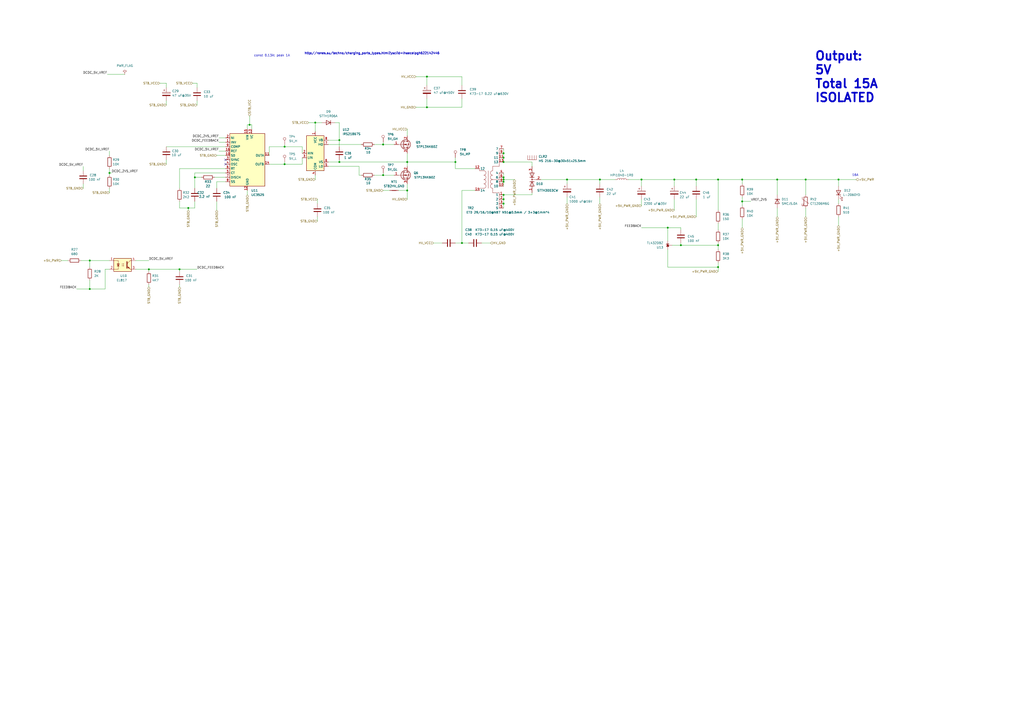
<source format=kicad_sch>
(kicad_sch (version 20231120) (generator "eeschema") (generator_version "8.0")
  (paper "A2")
  (lib_symbols
    (symbol "Connector:TestPoint" (pin_numbers hide) (pin_names (offset 0.762) hide)
      (property "Reference" "TP" (at 0 6.858 0))
      (property "Value" "TestPoint" (at 0 5.08 0))
      (symbol "TestPoint_0_1"
        (circle (center 0 3.302) (radius 0.762))
      )
      (symbol "TestPoint_1_1"
        (pin passive line (at 0 0 90) (length 2.54) (name "1") (number "1"))
      )
    )
    (symbol "Device:C" (pin_numbers hide) (pin_names (offset 0.254))
      (property "Reference" "C" (at 0.635 2.54 0))
      (property "Value" "C" (at 0.635 -2.54 0))
      (symbol "C_0_1"
        (polyline (pts (xy -2.032 -0.762) (xy 2.032 -0.762)) (stroke (width 0.508)))
        (polyline (pts (xy -2.032 0.762) (xy 2.032 0.762)) (stroke (width 0.508)))
      )
      (symbol "C_1_1"
        (pin passive line (at 0 3.81 270) (length 2.794) (name "~") (number "1"))
        (pin passive line (at 0 -3.81 90) (length 2.794) (name "~") (number "2"))
      )
    )
    (symbol "Device:C_Polarized" (pin_numbers hide) (pin_names (offset 0.254))
      (property "Reference" "C" (at 0.635 2.54 0))
      (property "Value" "C_Polarized" (at 0.635 -2.54 0))
      (symbol "C_Polarized_0_1"
        (rectangle (start -2.286 0.508) (end 2.286 1.016))
        (polyline (pts (xy -1.778 2.286) (xy -0.762 2.286)))
        (polyline (pts (xy -1.27 2.794) (xy -1.27 1.778)))
        (rectangle (start 2.286 -0.508) (end -2.286 -1.016) (fill (type outline)))
      )
      (symbol "C_Polarized_1_1"
        (pin passive line (at 0 3.81 270) (length 2.794) (name "~") (number "1"))
        (pin passive line (at 0 -3.81 90) (length 2.794) (name "~") (number "2"))
      )
    )
    (symbol "Device:D" (pin_numbers hide) (pin_names (offset 1.016) hide)
      (property "Reference" "D" (at 0 2.54 0))
      (property "Value" "D" (at 0 -2.54 0))
      (symbol "D_0_1"
        (polyline (pts (xy -1.27 1.27) (xy -1.27 -1.27)) (stroke (width 0.254)))
        (polyline (pts (xy 1.27 0) (xy -1.27 0)))
        (polyline (pts (xy 1.27 1.27) (xy 1.27 -1.27) (xy -1.27 0) (xy 1.27 1.27)) (stroke (width 0.254)))
      )
      (symbol "D_1_1"
        (pin passive line (at -3.81 0 0) (length 2.54) (name "K") (number "1"))
        (pin passive line (at 3.81 0 180) (length 2.54) (name "A") (number "2"))
      )
    )
    (symbol "Device:D_Dual_CommonCathode_AKA" (pin_names (offset 0.762) hide)
      (property "Reference" "D" (at 1.27 -2.54 0))
      (property "Value" "D_Dual_CommonCathode_AKA" (at 0 2.54 0))
      (symbol "D_Dual_CommonCathode_AKA_0_1"
        (polyline (pts (xy 0 0) (xy 0 -2.54)))
        (polyline (pts (xy 3.81 0) (xy -3.81 0)))
        (polyline (pts (xy -1.27 -1.27) (xy -1.27 1.27) (xy -1.27 1.27)) (stroke (width 0.254)))
        (polyline (pts (xy 1.27 -1.27) (xy 1.27 1.27) (xy 1.27 1.27)) (stroke (width 0.254)))
        (polyline (pts (xy -3.81 1.27) (xy -1.27 0) (xy -3.81 -1.27) (xy -3.81 1.27) (xy -3.81 1.27) (xy -3.81 1.27)) (stroke (width 0.254)))
        (polyline (pts (xy 3.81 -1.27) (xy 1.27 0) (xy 3.81 1.27) (xy 3.81 -1.27) (xy 3.81 -1.27) (xy 3.81 -1.27)) (stroke (width 0.254)))
        (circle (center 0 0) (radius 0.254) (fill (type outline)))
        (pin passive line (at -7.62 0 0) (length 3.81) (name "A") (number "1"))
        (pin passive line (at 0 -5.08 90) (length 2.54) (name "K") (number "2"))
        (pin passive line (at 7.62 0 180) (length 3.81) (name "A") (number "3"))
      )
    )
    (symbol "Device:L" (pin_numbers hide) (pin_names (offset 1.016) hide)
      (property "Reference" "L" (at -1.27 0 90))
      (property "Value" "L" (at 1.905 0 90))
      (symbol "L_0_1"
        (arc (start 0 -2.54) (mid 0.6323 -1.905) (end 0 -1.27))
        (arc (start 0 -1.27) (mid 0.6323 -0.635) (end 0 0))
        (arc (start 0 0) (mid 0.6323 0.635) (end 0 1.27))
        (arc (start 0 1.27) (mid 0.6323 1.905) (end 0 2.54))
      )
      (symbol "L_1_1"
        (pin passive line (at 0 3.81 270) (length 1.27) (name "1") (number "1"))
        (pin passive line (at 0 -3.81 90) (length 1.27) (name "2") (number "2"))
      )
    )
    (symbol "Device:LED" (pin_numbers hide) (pin_names (offset 1.016) hide)
      (property "Reference" "D" (at 0 2.54 0))
      (property "Value" "LED" (at 0 -2.54 0))
      (symbol "LED_0_1"
        (polyline (pts (xy -1.27 -1.27) (xy -1.27 1.27)) (stroke (width 0.254)))
        (polyline (pts (xy -1.27 0) (xy 1.27 0)))
        (polyline (pts (xy 1.27 -1.27) (xy 1.27 1.27) (xy -1.27 0) (xy 1.27 -1.27)) (stroke (width 0.254)))
        (polyline (pts (xy -3.048 -0.762) (xy -4.572 -2.286) (xy -3.81 -2.286) (xy -4.572 -2.286) (xy -4.572 -1.524)))
        (polyline (pts (xy -1.778 -0.762) (xy -3.302 -2.286) (xy -2.54 -2.286) (xy -3.302 -2.286) (xy -3.302 -1.524)))
      )
      (symbol "LED_1_1"
        (pin passive line (at -3.81 0 0) (length 2.54) (name "K") (number "1"))
        (pin passive line (at 3.81 0 180) (length 2.54) (name "A") (number "2"))
      )
    )
    (symbol "Device:NetTie_2" (pin_numbers hide) (pin_names (offset 0) hide) (in_bom no)
      (property "Reference" "NT" (at 0 1.27 0))
      (property "Value" "NetTie_2" (at 0 -1.27 0))
      (symbol "NetTie_2_0_1"
        (polyline (pts (xy -1.27 0) (xy 1.27 0)) (stroke (width 0.254)))
      )
      (symbol "NetTie_2_1_1"
        (pin passive line (at -2.54 0 0) (length 2.54) (name "1") (number "1"))
        (pin passive line (at 2.54 0 180) (length 2.54) (name "2") (number "2"))
      )
    )
    (symbol "Device:Q_NMOS_GDS" (pin_names (offset 0) hide)
      (property "Reference" "Q" (at 5.08 1.27 0))
      (property "Value" "Q_NMOS_GDS" (at 5.08 -1.27 0))
      (symbol "Q_NMOS_GDS_0_1"
        (polyline (pts (xy 0.254 0) (xy -2.54 0)))
        (polyline (pts (xy 0.254 1.905) (xy 0.254 -1.905)) (stroke (width 0.254)))
        (polyline (pts (xy 0.762 -1.27) (xy 0.762 -2.286)) (stroke (width 0.254)))
        (polyline (pts (xy 0.762 0.508) (xy 0.762 -0.508)) (stroke (width 0.254)))
        (polyline (pts (xy 0.762 2.286) (xy 0.762 1.27)) (stroke (width 0.254)))
        (polyline (pts (xy 2.54 2.54) (xy 2.54 1.778)))
        (polyline (pts (xy 2.54 -2.54) (xy 2.54 0) (xy 0.762 0)))
        (polyline (pts (xy 0.762 -1.778) (xy 3.302 -1.778) (xy 3.302 1.778) (xy 0.762 1.778)))
        (polyline (pts (xy 1.016 0) (xy 2.032 0.381) (xy 2.032 -0.381) (xy 1.016 0)) (fill (type outline)))
        (polyline (pts (xy 2.794 0.508) (xy 2.921 0.381) (xy 3.683 0.381) (xy 3.81 0.254)))
        (polyline (pts (xy 3.302 0.381) (xy 2.921 -0.254) (xy 3.683 -0.254) (xy 3.302 0.381)))
        (circle (center 1.651 0) (radius 2.794) (stroke (width 0.254)))
        (circle (center 2.54 -1.778) (radius 0.254) (fill (type outline)))
        (circle (center 2.54 1.778) (radius 0.254) (fill (type outline)))
      )
      (symbol "Q_NMOS_GDS_1_1"
        (pin input line (at -5.08 0 0) (length 2.54) (name "G") (number "1"))
        (pin passive line (at 2.54 5.08 270) (length 2.54) (name "D") (number "2"))
        (pin passive line (at 2.54 -5.08 90) (length 2.54) (name "S") (number "3"))
      )
    )
    (symbol "Device:R" (pin_numbers hide) (pin_names (offset 0))
      (property "Reference" "R" (at 2.032 0 90))
      (property "Value" "R" (at 0 0 90))
      (symbol "R_0_1"
        (rectangle (start -1.016 -2.54) (end 1.016 2.54) (stroke (width 0.254)))
      )
      (symbol "R_1_1"
        (pin passive line (at 0 3.81 270) (length 1.27) (name "~") (number "1"))
        (pin passive line (at 0 -3.81 90) (length 1.27) (name "~") (number "2"))
      )
    )
    (symbol "Device:Varistor" (pin_numbers hide) (pin_names (offset 0))
      (property "Reference" "RV" (at 3.175 0 90))
      (property "Value" "Varistor" (at -3.175 0 90))
      (symbol "Varistor_0_0"
        (text "U" (at -1.778 -2.032 0) (effects (font (size 1.27 1.27))))
      )
      (symbol "Varistor_0_1"
        (rectangle (start -1.016 -2.54) (end 1.016 2.54) (stroke (width 0.254)))
        (polyline (pts (xy -1.905 2.54) (xy -1.905 1.27) (xy 1.905 -1.27)))
      )
      (symbol "Varistor_1_1"
        (pin passive line (at 0 3.81 270) (length 1.27) (name "~") (number "1"))
        (pin passive line (at 0 -3.81 90) (length 1.27) (name "~") (number "2"))
      )
    )
    (symbol "Diode:Z3SMCxxx" (pin_numbers hide) (pin_names hide)
      (property "Reference" "D" (at 0 2.54 0))
      (property "Value" "Z3SMCxxx" (at 0 -2.54 0))
      (symbol "Z3SMCxxx_0_1"
        (polyline (pts (xy 1.27 0) (xy -1.27 0)))
        (polyline (pts (xy -1.27 -1.27) (xy -1.27 1.27) (xy -0.762 1.27)) (stroke (width 0.254)))
        (polyline (pts (xy 1.27 -1.27) (xy 1.27 1.27) (xy -1.27 0) (xy 1.27 -1.27)) (stroke (width 0.254)))
      )
      (symbol "Z3SMCxxx_1_1"
        (pin passive line (at -3.81 0 0) (length 2.54) (name "K") (number "1"))
        (pin passive line (at 3.81 0 180) (length 2.54) (name "A") (number "2"))
      )
    )
    (symbol "Driver_FET:IRS21867S"
      (property "Reference" "U" (at 1.27 13.335 0))
      (property "Value" "IRS21867S" (at 1.27 11.43 0))
      (symbol "IRS21867S_0_1"
        (rectangle (start -5.08 -10.16) (end 5.08 10.16) (stroke (width 0.254)) (fill (type background)))
      )
      (symbol "IRS21867S_1_1"
        (pin power_in line (at 0 12.7 270) (length 2.54) (name "VCC") (number "1"))
        (pin input line (at -7.62 0 0) (length 2.54) (name "HIN") (number "2"))
        (pin input line (at -7.62 -2.54 0) (length 2.54) (name "LIN") (number "3"))
        (pin power_in line (at 0 -12.7 90) (length 2.54) (name "COM") (number "4"))
        (pin output line (at 7.62 -7.62 180) (length 2.54) (name "LO") (number "5"))
        (pin passive line (at 7.62 -5.08 180) (length 2.54) (name "VS") (number "6"))
        (pin output line (at 7.62 5.08 180) (length 2.54) (name "HO") (number "7"))
        (pin passive line (at 7.62 7.62 180) (length 2.54) (name "VB") (number "8"))
      )
    )
    (symbol "Isolator:EL817" (pin_names (offset 1.016))
      (property "Reference" "U" (at -5.08 5.08 0))
      (property "Value" "EL817" (at 0 5.08 0))
      (symbol "EL817_0_1"
        (rectangle (start -5.08 3.81) (end 5.08 -3.81) (stroke (width 0.254)) (fill (type background)))
        (polyline (pts (xy -3.175 -0.635) (xy -1.905 -0.635)) (stroke (width 0.254)))
        (polyline (pts (xy 2.54 0.635) (xy 4.445 2.54)))
        (polyline (pts (xy 4.445 -2.54) (xy 2.54 -0.635)) (fill (type outline)))
        (polyline (pts (xy 4.445 -2.54) (xy 5.08 -2.54)))
        (polyline (pts (xy 4.445 2.54) (xy 5.08 2.54)))
        (polyline (pts (xy -5.08 2.54) (xy -2.54 2.54) (xy -2.54 -0.635)))
        (polyline (pts (xy -2.54 -0.635) (xy -2.54 -2.54) (xy -5.08 -2.54)))
        (polyline (pts (xy 2.54 1.905) (xy 2.54 -1.905) (xy 2.54 -1.905)) (stroke (width 0.508)))
        (polyline (pts (xy -2.54 -0.635) (xy -3.175 0.635) (xy -1.905 0.635) (xy -2.54 -0.635)) (stroke (width 0.254)))
        (polyline (pts (xy -0.508 -0.508) (xy 0.762 -0.508) (xy 0.381 -0.635) (xy 0.381 -0.381) (xy 0.762 -0.508)))
        (polyline (pts (xy -0.508 0.508) (xy 0.762 0.508) (xy 0.381 0.381) (xy 0.381 0.635) (xy 0.762 0.508)))
        (polyline (pts (xy 3.048 -1.651) (xy 3.556 -1.143) (xy 4.064 -2.159) (xy 3.048 -1.651) (xy 3.048 -1.651)) (fill (type outline)))
      )
      (symbol "EL817_1_1"
        (pin passive line (at -7.62 2.54 0) (length 2.54) (name "~") (number "1"))
        (pin passive line (at -7.62 -2.54 0) (length 2.54) (name "~") (number "2"))
        (pin passive line (at 7.62 -2.54 180) (length 2.54) (name "~") (number "3"))
        (pin passive line (at 7.62 2.54 180) (length 2.54) (name "~") (number "4"))
      )
    )
    (symbol "My_Library:COOLER"
      (property "Reference" "CLR" (at 0 -1.27 0))
      (property "Value" "COOLER" (at 0 -3.81 0))
      (symbol "COOLER_0_1"
        (polyline (pts (xy -1.27 2.54) (xy -1.27 0)))
        (polyline (pts (xy 0 2.54) (xy 0 0)))
        (polyline (pts (xy 1.27 2.54) (xy 1.27 0)))
        (polyline (pts (xy -2.54 2.54) (xy -2.54 0) (xy 2.54 0) (xy 2.54 2.54)))
      )
    )
    (symbol "My_Library:TR_1_1.5x4-7+7"
      (property "Reference" "TR" (at 6.35 -24.13 0))
      (property "Value" "TR_1_1.5x4-7+7" (at 12.7 -26.67 0))
      (symbol "TR_1_1.5x4-7+7_0_1"
        (arc (start -2.501 -8.89) (mid -1.2694 -7.62) (end -2.501 -6.35))
        (arc (start -2.501 -6.35) (mid -1.2694 -5.08) (end -2.501 -3.81))
        (arc (start -2.501 -3.81) (mid -1.2694 -2.54) (end -2.501 -1.27))
        (arc (start -2.501 -1.27) (mid -1.2694 0) (end -2.501 1.27))
        (polyline (pts (xy 0 1.27) (xy 0 -8.89)))
        (polyline (pts (xy 2.54 -11.43) (xy 2.54 -8.89)))
        (polyline (pts (xy 2.54 -3.81) (xy 6.35 -3.81)))
        (polyline (pts (xy 2.54 3.81) (xy 2.54 1.27)))
        (polyline (pts (xy 6.35 0) (xy 6.35 -7.62)))
        (polyline (pts (xy -2.54 -8.89) (xy -5.08 -8.89) (xy -5.08 -10.16)))
        (polyline (pts (xy -2.54 1.27) (xy -5.08 1.27) (xy -5.08 2.54)))
        (polyline (pts (xy 6.35 -20.32) (xy 6.35 -11.43) (xy 2.54 -11.43)))
        (polyline (pts (xy 6.35 13.97) (xy 6.35 3.81) (xy 2.54 3.81)))
        (arc (start 2.501 -6.35) (mid 1.2694 -7.62) (end 2.501 -8.89))
        (arc (start 2.501 -3.81) (mid 1.2694 -5.08) (end 2.501 -6.35))
        (arc (start 2.501 -1.27) (mid 1.2694 -2.54) (end 2.501 -3.81))
        (arc (start 2.501 1.27) (mid 1.2694 0) (end 2.501 -1.27))
      )
      (symbol "TR_1_1.5x4-7+7_1_1"
        (pin bidirectional line (at 8.89 -12.7 180) (length 2.54) (name "1") (number "1"))
        (pin bidirectional line (at 8.89 -7.62 180) (length 2.54) (name "10") (number "10"))
        (pin bidirectional line (at 8.89 8.89 180) (length 2.54) (name "11") (number "11"))
        (pin bidirectional line (at -7.62 2.54 0) (length 2.54) (name "12") (number "12"))
        (pin bidirectional line (at 8.89 6.35 180) (length 2.54) (name "13") (number "13"))
        (pin bidirectional line (at -7.62 -10.16 0) (length 2.54) (name "14") (number "14"))
        (pin bidirectional line (at 8.89 -15.24 180) (length 2.54) (name "2") (number "2"))
        (pin bidirectional line (at 8.89 -17.78 180) (length 2.54) (name "3") (number "3"))
        (pin bidirectional line (at 8.89 0 180) (length 2.54) (name "4") (number "4"))
        (pin bidirectional line (at 8.89 -20.32 180) (length 2.54) (name "5") (number "5"))
        (pin bidirectional line (at 8.89 -2.54 180) (length 2.54) (name "6") (number "6"))
        (pin bidirectional line (at 8.89 13.97 180) (length 2.54) (name "7") (number "7"))
        (pin bidirectional line (at 8.89 -5.08 180) (length 2.54) (name "8") (number "8"))
        (pin bidirectional line (at 8.89 11.43 180) (length 2.54) (name "9") (number "9"))
      )
    )
    (symbol "Reference_Voltage:TL432DBZ" (pin_numbers hide) (pin_names hide)
      (property "Reference" "U" (at -2.54 2.54 0))
      (property "Value" "TL432DBZ" (at 0 -2.54 0))
      (symbol "TL432DBZ_0_1"
        (polyline (pts (xy -1.27 0) (xy 0 0) (xy 1.27 0)))
        (polyline (pts (xy -0.762 -0.762) (xy -0.762 0.762) (xy 0.762 0) (xy -0.762 -0.762)) (fill (type outline)))
        (polyline (pts (xy 0.254 -0.762) (xy 0.762 -0.762) (xy 0.762 0.762) (xy 0.762 0.762)) (stroke (width 0.254)))
      )
      (symbol "TL432DBZ_1_1"
        (pin passive line (at 0 2.54 270) (length 2.54) (name "REF") (number "1"))
        (pin passive line (at 2.54 0 180) (length 1.27) (name "K") (number "2"))
        (pin passive line (at -2.54 0 0) (length 1.27) (name "A") (number "3"))
      )
    )
    (symbol "Regulator_Controller:UC3525"
      (property "Reference" "U" (at 3.81 19.05 0))
      (property "Value" "UC3525" (at 3.81 16.51 0))
      (symbol "UC3525_0_1"
        (rectangle (start -10.16 -15.24) (end 10.16 15.24) (stroke (width 0.254)) (fill (type background)))
      )
      (symbol "UC3525_1_1"
        (pin input line (at -12.7 10.16 0) (length 2.54) (name "INV") (number "1"))
        (pin passive line (at -12.7 2.54 0) (length 2.54) (name "SD") (number "10"))
        (pin output line (at 12.7 2.54 180) (length 2.54) (name "OUTA") (number "11"))
        (pin power_in line (at 0 -17.78 90) (length 2.54) (name "GND") (number "12"))
        (pin power_in line (at 2.54 17.78 270) (length 2.54) (name "VC") (number "13"))
        (pin output line (at 12.7 -2.54 180) (length 2.54) (name "OUTB") (number "14"))
        (pin power_in line (at 0 17.78 270) (length 2.54) (name "VIN") (number "15"))
        (pin power_in line (at -12.7 5.08 0) (length 2.54) (name "REF") (number "16"))
        (pin input line (at -12.7 12.7 0) (length 2.54) (name "NI") (number "2"))
        (pin passive line (at -12.7 0 0) (length 2.54) (name "SYNC") (number "3"))
        (pin output line (at -12.7 -2.54 0) (length 2.54) (name "OSC") (number "4"))
        (pin passive line (at -12.7 -7.62 0) (length 2.54) (name "CT") (number "5"))
        (pin passive line (at -12.7 -5.08 0) (length 2.54) (name "RT") (number "6"))
        (pin open_collector line (at -12.7 -10.16 0) (length 2.54) (name "DISCH") (number "7"))
        (pin passive line (at -12.7 -12.7 0) (length 2.54) (name "SS") (number "8"))
        (pin passive line (at -12.7 7.62 0) (length 2.54) (name "COMP") (number "9"))
      )
    )
    (symbol "power:PWR_FLAG" (power) (pin_numbers hide) (pin_names (offset 0) hide)
      (property "Value" "PWR_FLAG" (at 0 3.81 0))
      (symbol "PWR_FLAG_0_0"
        (pin power_out line (at 0 0 90) (length 0) (name "~") (number "1"))
      )
      (symbol "PWR_FLAG_0_1"
        (polyline (pts (xy 0 0) (xy 0 1.27) (xy -1.016 1.905) (xy 0 2.54) (xy 1.016 1.905) (xy 0 1.27)))
      )
    )
  )
  (junction (at 347.98 104.14))
  (junction (at 236.22 110.49))
  (junction (at 52.07 167.64))
  (junction (at 416.56 104.14))
  (junction (at 144.78 72.39))
  (junction (at 292.1 93.98))
  (junction (at 292.1 105.41))
  (junction (at 264.16 93.98))
  (junction (at 292.1 88.9))
  (junction (at 416.56 142.24))
  (junction (at 182.88 71.12))
  (junction (at 467.36 104.14))
  (junction (at 113.03 102.87))
  (junction (at 430.53 116.84))
  (junction (at 394.97 142.24))
  (junction (at 109.22 120.65))
  (junction (at 403.86 104.14))
  (junction (at 52.07 151.13))
  (junction (at 450.85 104.14))
  (junction (at 292.1 115.57))
  (junction (at 292.1 104.14))
  (junction (at 416.56 154.94))
  (junction (at 63.5 100.33))
  (junction (at 247.65 44.45))
  (junction (at 222.25 101.6))
  (junction (at 267.97 140.97))
  (junction (at 247.65 62.23))
  (junction (at 486.41 104.14))
  (junction (at 196.85 93.98))
  (junction (at 328.93 104.14))
  (junction (at 292.1 113.03))
  (junction (at 292.1 91.44))
  (junction (at 430.53 104.14))
  (junction (at 372.11 104.14))
  (junction (at 86.36 156.21))
  (junction (at 292.1 102.87))
  (junction (at 165.1 85.09))
  (junction (at 222.25 83.82))
  (junction (at 104.14 156.21))
  (junction (at 196.85 81.28))
  (junction (at 165.1 95.25))
  (junction (at 391.16 104.14))
  (junction (at 236.22 93.98))
  (junction (at 387.35 132.08))
  (junction (at 292.1 118.11))
  (no_connect (at 130.81 92.71))
  (no_connect (at 130.81 95.25))
  (wire (pts (xy 450.85 104.14) (xy 450.85 113.03)))
  (wire (pts (xy 175.26 91.44) (xy 175.26 95.25)))
  (wire (pts (xy 391.16 115.57) (xy 391.16 121.92)))
  (wire (pts (xy 403.86 107.95) (xy 403.86 104.14)))
  (wire (pts (xy 222.25 82.55) (xy 222.25 83.82)))
  (wire (pts (xy 125.73 90.17) (xy 130.81 90.17)))
  (wire (pts (xy 104.14 109.22) (xy 104.14 97.79)))
  (wire (pts (xy 430.53 104.14) (xy 430.53 106.68)))
  (wire (pts (xy 486.41 115.57) (xy 486.41 118.11)))
  (wire (pts (xy 62.23 43.18) (xy 72.39 43.18)))
  (wire (pts (xy 292.1 86.36) (xy 292.1 88.9)))
  (wire (pts (xy 308.61 113.03) (xy 308.61 111.76)))
  (wire (pts (xy 275.59 110.49) (xy 267.97 110.49)))
  (wire (pts (xy 394.97 140.97) (xy 394.97 142.24)))
  (wire (pts (xy 264.16 93.98) (xy 236.22 93.98)))
  (wire (pts (xy 372.11 132.08) (xy 387.35 132.08)))
  (wire (pts (xy 267.97 110.49) (xy 267.97 140.97)))
  (wire (pts (xy 467.36 104.14) (xy 486.41 104.14)))
  (wire (pts (xy 394.97 142.24) (xy 416.56 142.24)))
  (wire (pts (xy 146.05 72.39) (xy 144.78 72.39)))
  (wire (pts (xy 267.97 140.97) (xy 271.78 140.97)))
  (wire (pts (xy 208.28 96.52) (xy 208.28 101.6)))
  (wire (pts (xy 391.16 104.14) (xy 403.86 104.14)))
  (wire (pts (xy 292.1 113.03) (xy 308.61 113.03)))
  (wire (pts (xy 104.14 165.1) (xy 104.14 166.37)))
  (wire (pts (xy 247.65 57.15) (xy 247.65 62.23)))
  (wire (pts (xy 387.35 132.08) (xy 387.35 139.7)))
  (wire (pts (xy 109.22 120.65) (xy 109.22 121.92)))
  (wire (pts (xy 92.71 48.26) (xy 96.52 48.26)))
  (wire (pts (xy 416.56 129.54) (xy 416.56 133.35)))
  (wire (pts (xy 247.65 62.23) (xy 267.97 62.23)))
  (wire (pts (xy 127 87.63) (xy 130.81 87.63)))
  (wire (pts (xy 430.53 104.14) (xy 450.85 104.14)))
  (wire (pts (xy 264.16 97.79) (xy 275.59 97.79)))
  (wire (pts (xy 430.53 116.84) (xy 435.61 116.84)))
  (wire (pts (xy 308.61 93.98) (xy 308.61 96.52)))
  (wire (pts (xy 217.17 83.82) (xy 222.25 83.82)))
  (wire (pts (xy 236.22 93.98) (xy 236.22 96.52)))
  (wire (pts (xy 156.21 85.09) (xy 156.21 90.17)))
  (wire (pts (xy 222.25 83.82) (xy 228.6 83.82)))
  (wire (pts (xy 182.88 101.6) (xy 182.88 104.14)))
  (wire (pts (xy 104.14 156.21) (xy 104.14 157.48)))
  (wire (pts (xy 52.07 151.13) (xy 63.5 151.13)))
  (wire (pts (xy 292.1 105.41) (xy 292.1 107.95)))
  (wire (pts (xy 208.28 101.6) (xy 209.55 101.6)))
  (wire (pts (xy 292.1 104.14) (xy 292.1 105.41)))
  (wire (pts (xy 416.56 152.4) (xy 416.56 154.94)))
  (wire (pts (xy 196.85 93.98) (xy 190.5 93.98)))
  (wire (pts (xy 486.41 125.73) (xy 486.41 130.81)))
  (wire (pts (xy 179.07 71.12) (xy 182.88 71.12)))
  (wire (pts (xy 182.88 71.12) (xy 186.69 71.12)))
  (wire (pts (xy 403.86 115.57) (xy 403.86 125.73)))
  (wire (pts (xy 403.86 104.14) (xy 416.56 104.14)))
  (wire (pts (xy 292.1 91.44) (xy 292.1 93.98)))
  (wire (pts (xy 389.89 142.24) (xy 394.97 142.24)))
  (wire (pts (xy 217.17 101.6) (xy 222.25 101.6)))
  (wire (pts (xy 127 82.55) (xy 130.81 82.55)))
  (wire (pts (xy 48.26 96.52) (xy 48.26 99.06)))
  (wire (pts (xy 486.41 104.14) (xy 486.41 107.95)))
  (wire (pts (xy 184.15 125.73) (xy 184.15 128.27)))
  (wire (pts (xy 113.03 102.87) (xy 113.03 100.33)))
  (wire (pts (xy 39.37 151.13) (xy 35.56 151.13)))
  (wire (pts (xy 175.26 95.25) (xy 165.1 95.25)))
  (wire (pts (xy 394.97 132.08) (xy 394.97 133.35)))
  (wire (pts (xy 267.97 49.53) (xy 267.97 44.45)))
  (wire (pts (xy 63.5 100.33) (xy 63.5 101.6)))
  (wire (pts (xy 143.51 72.39) (xy 144.78 72.39)))
  (wire (pts (xy 292.1 102.87) (xy 292.1 104.14)))
  (wire (pts (xy 430.53 116.84) (xy 430.53 119.38)))
  (wire (pts (xy 175.26 88.9) (xy 175.26 85.09)))
  (wire (pts (xy 196.85 93.98) (xy 236.22 93.98)))
  (wire (pts (xy 165.1 93.98) (xy 165.1 95.25)))
  (wire (pts (xy 52.07 151.13) (xy 52.07 154.94)))
  (wire (pts (xy 292.1 118.11) (xy 292.1 120.65)))
  (wire (pts (xy 196.85 92.71) (xy 196.85 93.98)))
  (wire (pts (xy 96.52 92.71) (xy 96.52 95.25)))
  (wire (pts (xy 328.93 104.14) (xy 347.98 104.14)))
  (wire (pts (xy 86.36 156.21) (xy 104.14 156.21)))
  (wire (pts (xy 416.56 154.94) (xy 416.56 157.48)))
  (wire (pts (xy 313.69 104.14) (xy 328.93 104.14)))
  (wire (pts (xy 241.3 62.23) (xy 247.65 62.23)))
  (wire (pts (xy 44.45 167.64) (xy 52.07 167.64)))
  (wire (pts (xy 236.22 88.9) (xy 236.22 93.98)))
  (wire (pts (xy 387.35 154.94) (xy 416.56 154.94)))
  (wire (pts (xy 247.65 44.45) (xy 247.65 49.53)))
  (wire (pts (xy 364.49 104.14) (xy 372.11 104.14)))
  (wire (pts (xy 113.03 109.22) (xy 113.03 102.87)))
  (wire (pts (xy 372.11 115.57) (xy 372.11 119.38)))
  (wire (pts (xy 241.3 44.45) (xy 247.65 44.45)))
  (wire (pts (xy 264.16 91.44) (xy 264.16 93.98)))
  (wire (pts (xy 430.53 114.3) (xy 430.53 116.84)))
  (wire (pts (xy 156.21 95.25) (xy 165.1 95.25)))
  (wire (pts (xy 264.16 140.97) (xy 267.97 140.97)))
  (wire (pts (xy 292.1 100.33) (xy 292.1 102.87)))
  (wire (pts (xy 196.85 85.09) (xy 196.85 81.28)))
  (wire (pts (xy 416.56 104.14) (xy 430.53 104.14)))
  (wire (pts (xy 63.5 87.63) (xy 63.5 90.17)))
  (wire (pts (xy 60.96 167.64) (xy 60.96 156.21)))
  (wire (pts (xy 113.03 120.65) (xy 113.03 116.84)))
  (wire (pts (xy 165.1 83.82) (xy 165.1 85.09)))
  (wire (pts (xy 236.22 106.68) (xy 236.22 110.49)))
  (wire (pts (xy 182.88 71.12) (xy 182.88 76.2)))
  (wire (pts (xy 236.22 74.93) (xy 236.22 78.74)))
  (wire (pts (xy 292.1 93.98) (xy 308.61 93.98)))
  (wire (pts (xy 372.11 107.95) (xy 372.11 104.14)))
  (wire (pts (xy 86.36 165.1) (xy 86.36 166.37)))
  (wire (pts (xy 114.3 58.42) (xy 114.3 60.96)))
  (wire (pts (xy 104.14 97.79) (xy 130.81 97.79)))
  (wire (pts (xy 113.03 100.33) (xy 130.81 100.33)))
  (wire (pts (xy 190.5 96.52) (xy 208.28 96.52)))
  (wire (pts (xy 125.73 105.41) (xy 125.73 109.22)))
  (wire (pts (xy 279.4 140.97) (xy 284.48 140.97)))
  (wire (pts (xy 125.73 116.84) (xy 125.73 121.92)))
  (wire (pts (xy 347.98 104.14) (xy 356.87 104.14)))
  (wire (pts (xy 328.93 114.3) (xy 328.93 118.11)))
  (wire (pts (xy 467.36 120.65) (xy 467.36 125.73)))
  (wire (pts (xy 52.07 162.56) (xy 52.07 167.64)))
  (wire (pts (xy 104.14 120.65) (xy 109.22 120.65)))
  (wire (pts (xy 231.14 110.49) (xy 236.22 110.49)))
  (wire (pts (xy 222.25 100.33) (xy 222.25 101.6)))
  (wire (pts (xy 104.14 116.84) (xy 104.14 120.65)))
  (wire (pts (xy 196.85 81.28) (xy 190.5 81.28)))
  (wire (pts (xy 416.56 142.24) (xy 416.56 144.78)))
  (wire (pts (xy 267.97 57.15) (xy 267.97 62.23)))
  (wire (pts (xy 78.74 156.21) (xy 86.36 156.21)))
  (wire (pts (xy 63.5 97.79) (xy 63.5 100.33)))
  (wire (pts (xy 190.5 83.82) (xy 209.55 83.82)))
  (wire (pts (xy 264.16 93.98) (xy 264.16 97.79)))
  (wire (pts (xy 416.56 104.14) (xy 416.56 121.92)))
  (wire (pts (xy 175.26 85.09) (xy 165.1 85.09)))
  (wire (pts (xy 236.22 110.49) (xy 236.22 115.57)))
  (wire (pts (xy 387.35 154.94) (xy 387.35 144.78)))
  (wire (pts (xy 114.3 48.26) (xy 114.3 50.8)))
  (wire (pts (xy 251.46 140.97) (xy 256.54 140.97)))
  (wire (pts (xy 46.99 151.13) (xy 52.07 151.13)))
  (wire (pts (xy 416.56 142.24) (xy 416.56 140.97)))
  (wire (pts (xy 96.52 48.26) (xy 96.52 50.8)))
  (wire (pts (xy 391.16 107.95) (xy 391.16 104.14)))
  (wire (pts (xy 222.25 101.6) (xy 228.6 101.6)))
  (wire (pts (xy 450.85 104.14) (xy 467.36 104.14)))
  (wire (pts (xy 86.36 156.21) (xy 86.36 157.48)))
  (wire (pts (xy 165.1 85.09) (xy 156.21 85.09)))
  (wire (pts (xy 394.97 132.08) (xy 387.35 132.08)))
  (wire (pts (xy 96.52 58.42) (xy 96.52 60.96)))
  (wire (pts (xy 63.5 109.22) (xy 63.5 111.76)))
  (wire (pts (xy 109.22 120.65) (xy 113.03 120.65)))
  (wire (pts (xy 194.31 71.12) (xy 196.85 71.12)))
  (wire (pts (xy 127 80.01) (xy 130.81 80.01)))
  (wire (pts (xy 328.93 104.14) (xy 328.93 106.68)))
  (wire (pts (xy 48.26 106.68) (xy 48.26 109.22)))
  (wire (pts (xy 196.85 71.12) (xy 196.85 81.28)))
  (wire (pts (xy 372.11 104.14) (xy 391.16 104.14)))
  (wire (pts (xy 143.51 110.49) (xy 143.51 113.03)))
  (wire (pts (xy 292.1 113.03) (xy 292.1 115.57)))
  (wire (pts (xy 292.1 115.57) (xy 292.1 118.11)))
  (wire (pts (xy 292.1 104.14) (xy 298.45 104.14)))
  (wire (pts (xy 292.1 88.9) (xy 292.1 91.44)))
  (wire (pts (xy 96.52 85.09) (xy 130.81 85.09)))
  (wire (pts (xy 113.03 102.87) (xy 116.84 102.87)))
  (wire (pts (xy 130.81 105.41) (xy 125.73 105.41)))
  (wire (pts (xy 184.15 115.57) (xy 184.15 118.11)))
  (wire (pts (xy 52.07 167.64) (xy 60.96 167.64)))
  (wire (pts (xy 486.41 104.14) (xy 496.57 104.14)))
  (wire (pts (xy 347.98 106.68) (xy 347.98 104.14)))
  (wire (pts (xy 78.74 151.13) (xy 86.36 151.13)))
  (wire (pts (xy 111.76 48.26) (xy 114.3 48.26)))
  (wire (pts (xy 430.53 127) (xy 430.53 132.08)))
  (wire (pts (xy 450.85 120.65) (xy 450.85 125.73)))
  (wire (pts (xy 104.14 156.21) (xy 114.3 156.21)))
  (wire (pts (xy 267.97 44.45) (xy 247.65 44.45)))
  (wire (pts (xy 467.36 104.14) (xy 467.36 113.03)))
  (wire (pts (xy 143.51 74.93) (xy 143.51 72.39)))
  (wire (pts (xy 63.5 100.33) (xy 64.77 100.33)))
  (wire (pts (xy 144.78 67.31) (xy 144.78 72.39)))
  (wire (pts (xy 60.96 156.21) (xy 63.5 156.21)))
  (wire (pts (xy 124.46 102.87) (xy 130.81 102.87)))
  (wire (pts (xy 222.25 110.49) (xy 226.06 110.49)))
  (wire (pts (xy 146.05 74.93) (xy 146.05 72.39)))
  (wire (pts (xy 347.98 114.3) (xy 347.98 118.11)))
  (text "const 0.13A; peak 1A" (at 147.32 33.02 0) (effects (font (size 1.27 1.27)) (justify left bottom)))
  (text "http://rones.su/techno/charging_ports_types.html?ysclid=lhaecelpgh622142446" (at 176.53 31.75 0) (effects (font (size 1.27 1.27) (bold yes)) (justify left bottom)))
  (text "16A" (at 494.284 102.362 0) (effects (font (size 1.27 1.27)) (justify left bottom)))
  (text "Output:\n5V\nTotal 15A\nISOLATED\n" (at 472.44 59.69 0) (effects (font (size 5 5) (bold yes)) (justify left bottom)))
  (label "DCDC_FEEDBACK" (at 114.3 156.21 0))
  (label "FEEDBACK" (at 372.11 132.08 180))
  (label "DCDC_5V_VREF" (at 63.5 87.63 180))
  (label "DCDC_FEEDBACK" (at 127 82.55 180))
  (label "DCDC_5V_VREF" (at 86.36 151.13 0))
  (label "DCDC_2V5_VREF" (at 64.77 100.33 0))
  (label "FEEDBACK" (at 44.45 167.64 180))
  (label "DCDC_5V_VREF" (at 62.23 43.18 180))
  (label "DCDC_5V_VREF" (at 127 87.63 180))
  (label "DCDC_2V5_VREF" (at 127 80.01 180))
  (label "DCDC_5V_VREF" (at 48.26 96.52 180))
  (label "VREF_2V5" (at 435.61 116.84 0))
  (hierarchical_label "+5V_PWR_GND" (shape input) (at 391.16 121.92 180))
  (hierarchical_label "STB_GND" (shape input) (at 63.5 111.76 180))
  (hierarchical_label "STB_GND" (shape input) (at 184.15 128.27 180))
  (hierarchical_label "STB_VCC" (shape input) (at 144.78 67.31 90))
  (hierarchical_label "STB_GND" (shape input) (at 96.52 95.25 180))
  (hierarchical_label "+5V_PWR_GND" (shape input) (at 450.85 125.73 270))
  (hierarchical_label "HV_VCC" (shape input) (at 251.46 140.97 180))
  (hierarchical_label "+5V_PWR_GND" (shape input) (at 486.41 130.81 270))
  (hierarchical_label "STB_VCC" (shape input) (at 184.15 115.57 180))
  (hierarchical_label "STB_VCC" (shape input) (at 92.71 48.26 180))
  (hierarchical_label "STB_GND" (shape input) (at 96.52 60.96 180))
  (hierarchical_label "HV_GND" (shape input) (at 284.48 140.97 0))
  (hierarchical_label "+5V_PWR_GND" (shape input) (at 467.36 125.73 270))
  (hierarchical_label "HV_VCC" (shape input) (at 236.22 74.93 180))
  (hierarchical_label "+5V_PWR" (shape input) (at 35.56 151.13 180))
  (hierarchical_label "STB_GND" (shape input) (at 143.51 113.03 270))
  (hierarchical_label "STB_GND" (shape input) (at 182.88 104.14 180))
  (hierarchical_label "STB_GND" (shape input) (at 125.73 90.17 180))
  (hierarchical_label "+5V_PWR_GND" (shape input) (at 416.56 157.48 180))
  (hierarchical_label "+5V_PWR_GND" (shape input) (at 347.98 118.11 270))
  (hierarchical_label "STB_GND" (shape input) (at 125.73 121.92 270))
  (hierarchical_label "+5V_PWR_GND" (shape input) (at 430.53 132.08 270))
  (hierarchical_label "+5V_PWR_GND" (shape input) (at 372.11 119.38 180))
  (hierarchical_label "HV_GND" (shape input) (at 236.22 115.57 180))
  (hierarchical_label "+5V_PWR_GND" (shape input) (at 328.93 118.11 270))
  (hierarchical_label "+5V_PWR" (shape input) (at 496.57 104.14 0))
  (hierarchical_label "STB_VCC" (shape input) (at 111.76 48.26 180))
  (hierarchical_label "+5V_PWR_GND" (shape input) (at 298.45 104.14 270))
  (hierarchical_label "STB_GND" (shape input) (at 104.14 166.37 270))
  (hierarchical_label "STB_GND" (shape input) (at 48.26 109.22 180))
  (hierarchical_label "STB_GND" (shape input) (at 222.25 110.49 180))
  (hierarchical_label "HV_VCC" (shape input) (at 241.3 44.45 180))
  (hierarchical_label "STB_VCC" (shape input) (at 179.07 71.12 180))
  (hierarchical_label "STB_GND" (shape input) (at 86.36 166.37 270))
  (hierarchical_label "HV_GND" (shape input) (at 241.3 62.23 180))
  (hierarchical_label "+5V_PWR_GND" (shape input) (at 403.86 125.73 180))
  (hierarchical_label "STB_GND" (shape input) (at 114.3 60.96 180))
  (hierarchical_label "STB_GND" (shape input) (at 109.22 121.92 270))
  (symbol (lib_id "Regulator_Controller:UC3525") (at 143.51 92.71 0) (unit 1)
    (property "Reference" "U11" (at 145.7041 110.49 0) (effects (justify left)))
    (property "Value" "UC3525" (at 145.7041 113.03 0) (effects (justify left)))
    (property "Footprint" "Package_SO:SOIC-16W_7.5x10.3mm_P1.27mm" (effects (hide yes)))
    (property "Datasheet" "http://www.ti.com/lit/ds/symlink/uc2525b.pdf" (effects (hide yes)))
    (property "Description" "Regulating Pulse Width Modulators, NOR Logic, PDIP-16/SOIC-16" (effects (hide yes)))
  )
  (symbol (lib_id "Device:R") (at 63.5 105.41 0) (unit 1)
    (property "Reference" "R30" (at 67.31 104.14 0))
    (property "Value" "10K" (at 67.31 106.68 0))
    (property "Footprint" "Resistor_SMD:R_0805_2012Metric" (effects (hide yes)))
    (property "Description" "Resistor" (effects (hide yes)))
  )
  (symbol (lib_id "Device:C_Polarized") (at 391.16 111.76 0) (unit 1)
    (property "Reference" "C44" (at 394.208 111.76 0) (effects (justify left)))
    (property "Value" "22 uF" (at 394.208 114.3 0) (effects (justify left)))
    (property "Footprint" "Capacitor_Tantalum_SMD:CP_EIA-3216-10_Kemet-I_Pad1.58x1.35mm_HandSolder" (effects (hide yes)))
    (property "Description" "Polarized capacitor" (effects (hide yes)))
  )
  (symbol (lib_id "Connector:TestPoint") (at 222.25 100.33 0) (unit 1)
    (property "Reference" "TP7" (at 224.79 95.7579 0) (effects (justify left)))
    (property "Value" "5V_GL" (at 224.79 98.2979 0) (effects (justify left)))
    (property "Footprint" "TestPoint:TestPoint_Pad_1.0x1.0mm" (effects (hide yes)))
    (property "Description" "test point" (effects (hide yes)))
  )
  (symbol (lib_id "Diode:Z3SMCxxx") (at 450.85 116.84 270) (unit 1)
    (property "Reference" "D11" (at 453.39 115.57 90) (effects (justify left)))
    (property "Value" "SMCJ5.0A" (at 453.39 118.11 90) (effects (justify left)))
    (property "Footprint" "Diode_SMD:D_SMC" (effects (hide yes)))
    (property "Datasheet" "https://diotec.com/tl_files/diotec/files/pdf/datasheets/z3smc1.pdf" (effects (hide yes)))
    (property "Description" "3000mW Zener Diode, SMC(DO-214AB)" (effects (hide yes)))
  )
  (symbol (lib_id "Device:R") (at 416.56 148.59 0) (unit 1)
    (property "Reference" "R38" (at 419.1 147.32 0) (effects (justify left)))
    (property "Value" "3K3" (at 419.1 149.86 0) (effects (justify left)))
    (property "Footprint" "Resistor_SMD:R_0805_2012Metric" (effects (hide yes)))
    (property "Description" "Resistor" (effects (hide yes)))
  )
  (symbol (lib_id "Device:R") (at 63.5 93.98 0) (unit 1)
    (property "Reference" "R29" (at 67.31 92.71 0))
    (property "Value" "10K" (at 67.31 95.25 0))
    (property "Footprint" "Resistor_SMD:R_0805_2012Metric" (effects (hide yes)))
    (property "Description" "Resistor" (effects (hide yes)))
  )
  (symbol (lib_id "My_Library:COOLER") (at 308.61 92.71 0) (unit 1)
    (property "Reference" "CLR2" (at 312.42 90.805 0) (effects (justify left)))
    (property "Value" "HS 216-30@30х51х25.5mm" (at 312.42 93.345 0) (effects (justify left)))
    (property "Footprint" "Library:HS 216-30" (effects (hide yes)))
  )
  (symbol (lib_id "Device:C") (at 267.97 53.34 180) (unit 1)
    (property "Reference" "C39" (at 274.32 51.816 0))
    (property "Value" "К73-17 0.22 uF@630V" (at 283.718 54.356 0))
    (property "Footprint" "Capacitor_THT:C_Axial_L12.0mm_D6.5mm_P20.00mm_Horizontal" (effects (hide yes)))
    (property "Description" "Unpolarized capacitor" (effects (hide yes)))
  )
  (symbol (lib_id "Device:C") (at 113.03 113.03 0) (unit 1)
    (property "Reference" "C32" (at 118.364 111.76 0) (effects (justify right)))
    (property "Value" "2.2 nF" (at 121.92 114.046 0) (effects (justify right)))
    (property "Footprint" "Capacitor_SMD:C_0603_1608Metric" (effects (hide yes)))
    (property "Description" "Unpolarized capacitor" (effects (hide yes)))
  )
  (symbol (lib_id "Device:Varistor") (at 467.36 116.84 0) (unit 1)
    (property "Reference" "RV2" (at 469.9 115.57 0) (effects (justify left)))
    (property "Value" "CT1206M6G" (at 469.9 118.11 0) (effects (justify left)))
    (property "Footprint" "Resistor_SMD:R_1206_3216Metric" (effects (hide yes)))
    (property "Description" "Voltage dependent resistor" (effects (hide yes)))
    (property "Sim.Name" "kicad_builtin_varistor" (effects (hide yes)))
    (property "Sim.Device" "SUBCKT" (effects (hide yes)))
    (property "Sim.Pins" "1=A 2=B" (effects (hide yes)))
    (property "Sim.Params" "threshold=1k" (effects (hide yes)))
    (property "Sim.Library" "${KICAD7_SYMBOL_DIR}/Simulation_SPICE.sp" (effects (hide yes)))
  )
  (symbol (lib_id "Device:R") (at 43.18 151.13 270) (mirror x) (unit 1)
    (property "Reference" "R27" (at 43.18 144.78 90))
    (property "Value" "680" (at 43.18 147.32 90))
    (property "Footprint" "Resistor_SMD:R_0805_2012Metric" (effects (hide yes)))
    (property "Description" "Resistor" (effects (hide yes)))
  )
  (symbol (lib_id "Device:R") (at 52.07 158.75 0) (mirror y) (unit 1)
    (property "Reference" "R28" (at 54.61 157.4799 0) (effects (justify right)))
    (property "Value" "2K" (at 54.61 160.0199 0) (effects (justify right)))
    (property "Footprint" "Resistor_SMD:R_0805_2012Metric" (effects (hide yes)))
    (property "Description" "Resistor" (effects (hide yes)))
  )
  (symbol (lib_id "Device:C") (at 184.15 121.92 0) (unit 1)
    (property "Reference" "C35" (at 191.77 120.65 0) (effects (justify right)))
    (property "Value" "100 nF" (at 194.31 123.19 0) (effects (justify right)))
    (property "Footprint" "Capacitor_SMD:C_0603_1608Metric" (effects (hide yes)))
    (property "Description" "Unpolarized capacitor" (effects (hide yes)))
  )
  (symbol (lib_id "Device:R") (at 213.36 101.6 90) (unit 1)
    (property "Reference" "R35" (at 213.36 103.886 90))
    (property "Value" "10" (at 213.614 106.172 90))
    (property "Footprint" "Resistor_SMD:R_0805_2012Metric" (effects (hide yes)))
    (property "Description" "Resistor" (effects (hide yes)))
  )
  (symbol (lib_id "Device:LED") (at 486.41 111.76 90) (unit 1)
    (property "Reference" "D12" (at 491.49 110.49 90))
    (property "Value" "L-2060YD" (at 494.03 113.03 90))
    (property "Footprint" "LED_THT:LED_D1.8mm_W3.3mm_H2.4mm" (effects (hide yes)))
    (property "Description" "Light emitting diode" (effects (hide yes)))
  )
  (symbol (lib_id "Connector:TestPoint") (at 165.1 93.98 0) (unit 1)
    (property "Reference" "TP5" (at 167.64 89.4079 0) (effects (justify left)))
    (property "Value" "5V_L" (at 167.64 91.9479 0) (effects (justify left)))
    (property "Footprint" "TestPoint:TestPoint_Pad_1.0x1.0mm" (effects (hide yes)))
    (property "Description" "test point" (effects (hide yes)))
  )
  (symbol (lib_id "Reference_Voltage:TL432DBZ") (at 387.35 142.24 270) (mirror x) (unit 1)
    (property "Reference" "U13" (at 384.81 143.51 90) (effects (justify right)))
    (property "Value" "TL432DBZ" (at 384.81 140.97 90) (effects (justify right)))
    (property "Footprint" "Package_TO_SOT_SMD:SOT-23-3" (effects (hide yes)))
    (property "Datasheet" "http://www.ti.com/lit/ds/symlink/tl431.pdf" (effects (hide yes)))
    (property "Description" "Shunt Regulator, SOT-23" (effects (hide yes)))
  )
  (symbol (lib_id "power:PWR_FLAG") (at 72.39 43.18 0) (unit 1)
    (property "Reference" "#FLG012" (effects (hide yes)))
    (property "Value" "PWR_FLAG" (at 72.39 38.1 0))
    (property "Description" "Special symbol for telling ERC where power comes from" (effects (hide yes)))
  )
  (symbol (lib_id "Device:R") (at 120.65 102.87 90) (unit 1)
    (property "Reference" "R33" (at 120.65 105.41 90))
    (property "Value" "22" (at 120.65 107.95 90))
    (property "Footprint" "Resistor_SMD:R_0805_2012Metric" (effects (hide yes)))
    (property "Description" "Resistor" (effects (hide yes)))
  )
  (symbol (lib_id "Device:C") (at 125.73 113.03 0) (unit 1)
    (property "Reference" "C34" (at 133.35 111.76 0) (effects (justify right)))
    (property "Value" "100 nF" (at 137.16 114.3 0) (effects (justify right)))
    (property "Footprint" "Capacitor_SMD:C_0603_1608Metric" (effects (hide yes)))
    (property "Description" "Unpolarized capacitor" (effects (hide yes)))
  )
  (symbol (lib_id "Device:C") (at 96.52 88.9 0) (unit 1)
    (property "Reference" "C30" (at 103.632 87.63 0) (effects (justify right)))
    (property "Value" "10 uF" (at 105.41 89.916 0) (effects (justify right)))
    (property "Footprint" "Capacitor_SMD:C_0603_1608Metric" (effects (hide yes)))
    (property "Description" "Unpolarized capacitor" (effects (hide yes)))
  )
  (symbol (lib_id "Device:Q_NMOS_GDS") (at 233.68 83.82 0) (unit 1)
    (property "Reference" "Q5" (at 242.57 82.55 0))
    (property "Value" "STP13NK60Z" (at 247.65 85.09 0))
    (property "Footprint" "Package_TO_SOT_THT:TO-220-3_Vertical" (effects (hide yes)))
    (property "Description" "N-MOSFET transistor, gate/drain/source" (effects (hide yes)))
  )
  (symbol (lib_id "Device:R") (at 430.53 123.19 0) (unit 1)
    (property "Reference" "R40" (at 433.07 122.555 0) (effects (justify left)))
    (property "Value" "10K" (at 433.07 125.095 0) (effects (justify left)))
    (property "Footprint" "Resistor_SMD:R_0805_2012Metric" (effects (hide yes)))
    (property "Description" "Resistor" (effects (hide yes)))
  )
  (symbol (lib_id "Device:C_Polarized") (at 96.52 54.61 0) (unit 1)
    (property "Reference" "C29" (at 99.822 52.832 0) (effects (justify left)))
    (property "Value" "47 uF@35V" (at 99.822 55.372 0) (effects (justify left)))
    (property "Footprint" "Capacitor_THT:CP_Radial_D6.3mm_P2.50mm" (effects (hide yes)))
    (property "Description" "Polarized capacitor" (effects (hide yes)))
  )
  (symbol (lib_id "Isolator:EL817") (at 71.12 153.67 0) (unit 1)
    (property "Reference" "U10" (at 73.66 160.02 0) (effects (justify right)))
    (property "Value" "EL817" (at 73.66 162.56 0) (effects (justify right)))
    (property "Footprint" "Package_DIP:DIP-4_W7.62mm" (effects (hide yes)))
    (property "Datasheet" "http://www.everlight.com/file/ProductFile/EL817.pdf" (effects (hide yes)))
    (property "Description" "DC Optocoupler, Vce 35V, DIP-4" (effects (hide yes)))
  )
  (symbol (lib_id "Device:R") (at 213.36 83.82 90) (unit 1)
    (property "Reference" "R34" (at 213.36 86.106 90))
    (property "Value" "10" (at 213.614 88.392 90))
    (property "Footprint" "Resistor_SMD:R_0805_2012Metric" (effects (hide yes)))
    (property "Description" "Resistor" (effects (hide yes)))
  )
  (symbol (lib_id "Device:C") (at 403.86 111.76 180) (unit 1)
    (property "Reference" "C46" (at 407.67 111.76 0) (effects (justify right)))
    (property "Value" "1 uF" (at 407.67 114.3 0) (effects (justify right)))
    (property "Footprint" "Capacitor_SMD:C_0603_1608Metric" (effects (hide yes)))
    (property "Description" "Unpolarized capacitor" (effects (hide yes)))
  )
  (symbol (lib_id "Device:D_Dual_CommonCathode_AKA") (at 308.61 104.14 90) (unit 1)
    (property "Reference" "D10" (at 314.96 106.68 90) (effects (justify left)))
    (property "Value" "STTH3003CW" (at 323.85 110.49 90) (effects (justify left)))
    (property "Footprint" "Package_TO_SOT_THT:TO-247-3_Vertical" (effects (hide yes)))
    (property "Description" "Dual diode, common cathode on pin 2" (effects (hide yes)))
  )
  (symbol (lib_id "My_Library:TR_1_1.5x4-7+7") (at 283.21 100.33 0) (unit 1)
    (property "Reference" "TR2" (at 273.05 120.65 0))
    (property "Value" "ETD 29/16/10@N87 N51@0.5mm / 3+3@1mm*4" (at 294.64 123.19 0))
    (property "Footprint" "Library:ETD29_7x7_vertical" (effects (hide yes)))
  )
  (symbol (lib_id "Connector:TestPoint") (at 222.25 82.55 0) (unit 1)
    (property "Reference" "TP6" (at 224.79 77.9779 0) (effects (justify left)))
    (property "Value" "5V_GH" (at 224.79 80.5179 0) (effects (justify left)))
    (property "Footprint" "TestPoint:TestPoint_Pad_1.0x1.0mm" (effects (hide yes)))
    (property "Description" "test point" (effects (hide yes)))
  )
  (symbol (lib_id "Device:C") (at 104.14 161.29 0) (unit 1)
    (property "Reference" "C31" (at 111.76 160.02 0) (effects (justify right)))
    (property "Value" "100 nF" (at 114.3 162.56 0) (effects (justify right)))
    (property "Footprint" "Capacitor_SMD:C_0603_1608Metric" (effects (hide yes)))
    (property "Description" "Unpolarized capacitor" (effects (hide yes)))
  )
  (symbol (lib_id "Device:R") (at 416.56 125.73 0) (unit 1)
    (property "Reference" "R36" (at 419.1 124.4599 0) (effects (justify left)))
    (property "Value" "150" (at 419.1 126.9999 0) (effects (justify left)))
    (property "Footprint" "Resistor_SMD:R_0805_2012Metric" (effects (hide yes)))
    (property "Description" "Resistor" (effects (hide yes)))
  )
  (symbol (lib_id "Device:C_Polarized") (at 247.65 53.34 0) (unit 1)
    (property "Reference" "C37" (at 251.46 51.1809 0) (effects (justify left)))
    (property "Value" "47 uF@450V" (at 251.46 53.7209 0) (effects (justify left)))
    (property "Footprint" "Capacitor_THT:CP_Radial_D16.0mm_P7.50mm" (effects (hide yes)))
    (property "Description" "Polarized capacitor" (effects (hide yes)))
  )
  (symbol (lib_id "Device:C") (at 347.98 110.49 180) (unit 1)
    (property "Reference" "C42" (at 351.79 109.855 0) (effects (justify right)))
    (property "Value" "22 uF" (at 351.79 112.395 0) (effects (justify right)))
    (property "Footprint" "Capacitor_SMD:C_1210_3225Metric" (effects (hide yes)))
    (property "Description" "Unpolarized capacitor" (effects (hide yes)))
  )
  (symbol (lib_id "Device:R") (at 430.53 110.49 0) (unit 1)
    (property "Reference" "R39" (at 433.07 109.855 0) (effects (justify left)))
    (property "Value" "10K" (at 433.07 112.395 0) (effects (justify left)))
    (property "Footprint" "Resistor_SMD:R_0805_2012Metric" (effects (hide yes)))
    (property "Description" "Resistor" (effects (hide yes)))
  )
  (symbol (lib_id "Device:L") (at 360.68 104.14 90) (unit 1)
    (property "Reference" "L4" (at 360.68 99.06 90))
    (property "Value" "HPI1040-1R0" (at 360.68 101.6 90))
    (property "Footprint" "Library:Ferrocore-HPI1040" (effects (hide yes)))
    (property "Description" "Inductor" (effects (hide yes)))
  )
  (symbol (lib_id "Device:C_Polarized") (at 372.11 111.76 0) (unit 1)
    (property "Reference" "C43" (at 373.38 115.57 0) (effects (justify left)))
    (property "Value" "2200 uF@35V" (at 373.38 118.11 0) (effects (justify left)))
    (property "Footprint" "Capacitor_THT:CP_Radial_D16.0mm_P7.50mm" (effects (hide yes)))
    (property "Description" "Polarized capacitor" (effects (hide yes)))
  )
  (symbol (lib_id "Device:R") (at 416.56 137.16 0) (unit 1)
    (property "Reference" "R37" (at 419.1 135.89 0) (effects (justify left)))
    (property "Value" "10K" (at 419.1 138.43 0) (effects (justify left)))
    (property "Footprint" "Resistor_SMD:R_0805_2012Metric" (effects (hide yes)))
    (property "Description" "Resistor" (effects (hide yes)))
  )
  (symbol (lib_id "Device:C_Polarized") (at 328.93 110.49 0) (unit 1)
    (property "Reference" "C41" (at 330.2 114.3 0) (effects (justify left)))
    (property "Value" "1000 uF@16V" (at 330.2 116.84 0) (effects (justify left)))
    (property "Footprint" "Capacitor_THT:CP_Radial_D10.0mm_P5.00mm" (effects (hide yes)))
    (property "Description" "Polarized capacitor" (effects (hide yes)))
  )
  (symbol (lib_id "Driver_FET:IRS21867S") (at 182.88 88.9 0) (unit 1)
    (property "Reference" "U12" (at 198.628 75.184 0) (effects (justify left)))
    (property "Value" "IRS21867S" (at 198.628 77.724 0) (effects (justify left)))
    (property "Footprint" "Package_SO:SOIC-8_3.9x4.9mm_P1.27mm" (effects (hide yes)))
    (property "Datasheet" "http://www.infineon.com/dgdl/irs21867spbf.pdf?fileId=5546d462533600a4015356770e8327eb" (effects (hide yes)))
    (property "Description" "High and Low Side Driver, 600V, 4.0/4.0A, SOIC-8" (effects (hide yes)))
  )
  (symbol (lib_id "Device:NetTie_2") (at 228.6 110.49 0) (unit 1) (in_bom no)
    (property "Reference" "NT1" (at 228.6 105.41 0))
    (property "Value" "STB2HV_GND" (at 228.6 107.95 0))
    (property "Footprint" "NetTie:NetTie-2_SMD_Pad2.0mm" (effects (hide yes)))
    (property "Description" "Net tie, 2 pins" (effects (hide yes)))
  )
  (symbol (lib_id "Device:C") (at 114.3 54.61 180) (unit 1)
    (property "Reference" "C33" (at 118.11 53.3399 0) (effects (justify right)))
    (property "Value" "10 uF" (at 118.11 55.8799 0) (effects (justify right)))
    (property "Footprint" "Capacitor_SMD:C_0603_1608Metric" (effects (hide yes)))
    (property "Description" "Unpolarized capacitor" (effects (hide yes)))
  )
  (symbol (lib_id "Device:R") (at 486.41 121.92 180) (unit 1)
    (property "Reference" "R41" (at 488.95 120.65 0) (effects (justify right)))
    (property "Value" "510" (at 488.95 123.19 0) (effects (justify right)))
    (property "Footprint" "Resistor_SMD:R_0805_2012Metric" (effects (hide yes)))
    (property "Description" "Resistor" (effects (hide yes)))
  )
  (symbol (lib_id "Device:R") (at 104.14 113.03 0) (unit 1)
    (property "Reference" "R32" (at 107.95 111.76 0))
    (property "Value" "2K2" (at 107.95 114.3 0))
    (property "Footprint" "Resistor_SMD:R_0805_2012Metric" (effects (hide yes)))
    (property "Description" "Resistor" (effects (hide yes)))
  )
  (symbol (lib_id "Device:C") (at 260.35 140.97 270) (unit 1)
    (property "Reference" "C38" (at 271.78 133.35 90))
    (property "Value" "К73-17 0.15 uF@400V" (at 287.02 133.35 90))
    (property "Footprint" "Capacitor_THT:C_Rect_L16.5mm_W7.3mm_P15.00mm_MKT" (effects (hide yes)))
    (property "Description" "Unpolarized capacitor" (effects (hide yes)))
  )
  (symbol (lib_id "Device:C") (at 196.85 88.9 0) (unit 1)
    (property "Reference" "C36" (at 201.93 88.9 0))
    (property "Value" "1 uF" (at 201.93 91.44 0))
    (property "Footprint" "Capacitor_SMD:C_0603_1608Metric" (effects (hide yes)))
    (property "Description" "Unpolarized capacitor" (effects (hide yes)))
  )
  (symbol (lib_id "Device:C") (at 48.26 102.87 0) (unit 1)
    (property "Reference" "C28" (at 55.88 101.6 0) (effects (justify right)))
    (property "Value" "100 nF" (at 58.42 104.14 0) (effects (justify right)))
    (property "Footprint" "Capacitor_SMD:C_0603_1608Metric" (effects (hide yes)))
    (property "Description" "Unpolarized capacitor" (effects (hide yes)))
  )
  (symbol (lib_id "Device:Q_NMOS_GDS") (at 233.68 101.6 0) (unit 1)
    (property "Reference" "Q6" (at 241.3 100.33 0))
    (property "Value" "STP13NK60Z" (at 246.38 102.87 0))
    (property "Footprint" "Package_TO_SOT_THT:TO-220-3_Vertical" (effects (hide yes)))
    (property "Description" "N-MOSFET transistor, gate/drain/source" (effects (hide yes)))
  )
  (symbol (lib_id "Device:R") (at 86.36 161.29 0) (unit 1)
    (property "Reference" "R31" (at 90.17 160.02 0))
    (property "Value" "4K7" (at 90.17 162.56 0))
    (property "Footprint" "Resistor_SMD:R_0805_2012Metric" (effects (hide yes)))
    (property "Description" "Resistor" (effects (hide yes)))
  )
  (symbol (lib_id "Connector:TestPoint") (at 165.1 83.82 0) (unit 1)
    (property "Reference" "TP4" (at 167.64 79.2479 0) (effects (justify left)))
    (property "Value" "5V_H" (at 167.64 81.7879 0) (effects (justify left)))
    (property "Footprint" "TestPoint:TestPoint_Pad_1.0x1.0mm" (effects (hide yes)))
    (property "Description" "test point" (effects (hide yes)))
  )
  (symbol (lib_id "Device:C") (at 394.97 137.16 180) (unit 1)
    (property "Reference" "C45" (at 398.78 137.16 0) (effects (justify right)))
    (property "Value" "100 nF" (at 398.78 139.7 0) (effects (justify right)))
    (property "Footprint" "Capacitor_SMD:C_0603_1608Metric" (effects (hide yes)))
    (property "Description" "Unpolarized capacitor" (effects (hide yes)))
  )
  (symbol (lib_id "Device:C") (at 275.59 140.97 270) (unit 1)
    (property "Reference" "C40" (at 271.78 135.89 90))
    (property "Value" "К73-17 0.15 uF@400V" (at 287.02 135.89 90))
    (property "Footprint" "Capacitor_THT:C_Rect_L16.5mm_W7.3mm_P15.00mm_MKT" (effects (hide yes)))
    (property "Description" "Unpolarized capacitor" (effects (hide yes)))
  )
  (symbol (lib_id "Connector:TestPoint") (at 264.16 91.44 0) (unit 1)
    (property "Reference" "TP8" (at 266.7 86.8679 0) (effects (justify left)))
    (property "Value" "5V_MP" (at 266.7 89.4079 0) (effects (justify left)))
    (property "Footprint" "TestPoint:TestPoint_Pad_1.0x1.0mm" (effects (hide yes)))
    (property "Description" "test point" (effects (hide yes)))
  )
  (symbol (lib_id "Device:D") (at 190.5 71.12 180) (unit 1)
    (property "Reference" "D9" (at 190.5 64.77 0))
    (property "Value" "STTH1R06A" (at 190.5 67.31 0))
    (property "Footprint" "Diode_SMD:D_SMA" (effects (hide yes)))
    (property "Description" "Diode" (effects (hide yes)))
    (property "Sim.Device" "D" (effects (hide yes)))
    (property "Sim.Pins" "1=K 2=A" (effects (hide yes)))
  )
)
</source>
